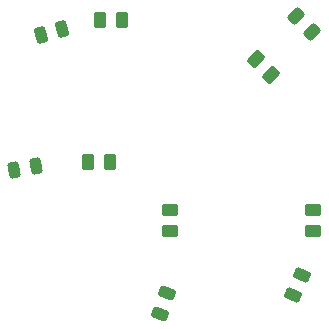
<source format=gbp>
G04 #@! TF.GenerationSoftware,KiCad,Pcbnew,(6.0.10-0)*
G04 #@! TF.CreationDate,2023-06-21T21:42:54+02:00*
G04 #@! TF.ProjectId,SwiftLeeds,53776966-744c-4656-9564-732e6b696361,rev?*
G04 #@! TF.SameCoordinates,Original*
G04 #@! TF.FileFunction,Paste,Bot*
G04 #@! TF.FilePolarity,Positive*
%FSLAX46Y46*%
G04 Gerber Fmt 4.6, Leading zero omitted, Abs format (unit mm)*
G04 Created by KiCad (PCBNEW (6.0.10-0)) date 2023-06-21 21:42:54*
%MOMM*%
%LPD*%
G01*
G04 APERTURE LIST*
G04 Aperture macros list*
%AMRoundRect*
0 Rectangle with rounded corners*
0 $1 Rounding radius*
0 $2 $3 $4 $5 $6 $7 $8 $9 X,Y pos of 4 corners*
0 Add a 4 corners polygon primitive as box body*
4,1,4,$2,$3,$4,$5,$6,$7,$8,$9,$2,$3,0*
0 Add four circle primitives for the rounded corners*
1,1,$1+$1,$2,$3*
1,1,$1+$1,$4,$5*
1,1,$1+$1,$6,$7*
1,1,$1+$1,$8,$9*
0 Add four rect primitives between the rounded corners*
20,1,$1+$1,$2,$3,$4,$5,0*
20,1,$1+$1,$4,$5,$6,$7,0*
20,1,$1+$1,$6,$7,$8,$9,0*
20,1,$1+$1,$8,$9,$2,$3,0*%
G04 Aperture macros list end*
%ADD10RoundRect,0.243750X0.117358X0.503791X-0.353531X0.377617X-0.117358X-0.503791X0.353531X-0.377617X0*%
%ADD11RoundRect,0.250000X0.262500X0.450000X-0.262500X0.450000X-0.262500X-0.450000X0.262500X-0.450000X0*%
%ADD12RoundRect,0.243750X0.324740X-0.402644X0.515221X0.046102X-0.324740X0.402644X-0.515221X-0.046102X0*%
%ADD13RoundRect,0.243750X0.160820X0.491645X-0.319274X0.406992X-0.160820X-0.491645X0.319274X-0.406992X0*%
%ADD14RoundRect,0.250000X-0.503814X-0.132583X-0.132583X-0.503814X0.503814X0.132583X0.132583X0.503814X0*%
%ADD15RoundRect,0.243750X-0.345367X0.385097X-0.512102X-0.073003X0.345367X-0.385097X0.512102X0.073003X0*%
%ADD16RoundRect,0.243750X0.494975X0.150260X0.150260X0.494975X-0.494975X-0.150260X-0.150260X-0.494975X0*%
%ADD17RoundRect,0.250000X0.450000X-0.262500X0.450000X0.262500X-0.450000X0.262500X-0.450000X-0.262500X0*%
%ADD18RoundRect,0.250000X-0.450000X0.262500X-0.450000X-0.262500X0.450000X-0.262500X0.450000X0.262500X0*%
G04 APERTURE END LIST*
D10*
X153094445Y-59242643D03*
X154905555Y-58757357D03*
D11*
X158912500Y-70000000D03*
X157087500Y-70000000D03*
D12*
X174426350Y-81332985D03*
X175158970Y-79607039D03*
D13*
X152693084Y-70355906D03*
X150846570Y-70681496D03*
D14*
X171267265Y-61354765D03*
X172557735Y-62645235D03*
D15*
X163138610Y-82880962D03*
X163779898Y-81119038D03*
D16*
X176000000Y-59000000D03*
X174674174Y-57674174D03*
D17*
X176125000Y-75912500D03*
X176125000Y-74087500D03*
D11*
X159912500Y-58000000D03*
X158087500Y-58000000D03*
D18*
X164000000Y-74087500D03*
X164000000Y-75912500D03*
M02*

</source>
